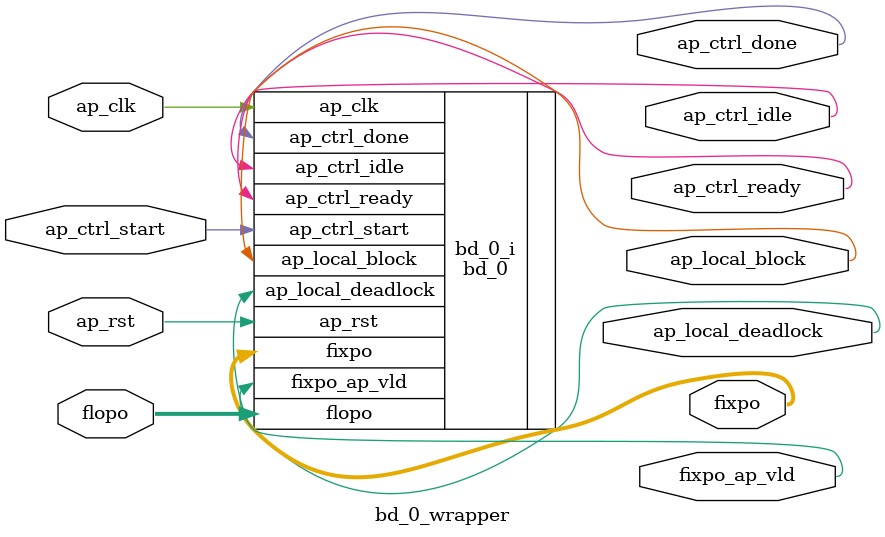
<source format=v>
`timescale 1 ps / 1 ps

module bd_0_wrapper
   (ap_clk,
    ap_ctrl_done,
    ap_ctrl_idle,
    ap_ctrl_ready,
    ap_ctrl_start,
    ap_local_block,
    ap_local_deadlock,
    ap_rst,
    fixpo,
    fixpo_ap_vld,
    flopo);
  input ap_clk;
  output ap_ctrl_done;
  output ap_ctrl_idle;
  output ap_ctrl_ready;
  input ap_ctrl_start;
  output ap_local_block;
  output ap_local_deadlock;
  input ap_rst;
  output [63:0]fixpo;
  output fixpo_ap_vld;
  input [127:0]flopo;

  wire ap_clk;
  wire ap_ctrl_done;
  wire ap_ctrl_idle;
  wire ap_ctrl_ready;
  wire ap_ctrl_start;
  wire ap_local_block;
  wire ap_local_deadlock;
  wire ap_rst;
  wire [63:0]fixpo;
  wire fixpo_ap_vld;
  wire [127:0]flopo;

  bd_0 bd_0_i
       (.ap_clk(ap_clk),
        .ap_ctrl_done(ap_ctrl_done),
        .ap_ctrl_idle(ap_ctrl_idle),
        .ap_ctrl_ready(ap_ctrl_ready),
        .ap_ctrl_start(ap_ctrl_start),
        .ap_local_block(ap_local_block),
        .ap_local_deadlock(ap_local_deadlock),
        .ap_rst(ap_rst),
        .fixpo(fixpo),
        .fixpo_ap_vld(fixpo_ap_vld),
        .flopo(flopo));
endmodule

</source>
